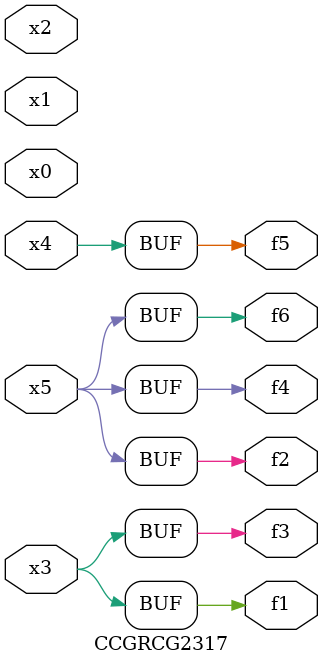
<source format=v>
module CCGRCG2317(
	input x0, x1, x2, x3, x4, x5,
	output f1, f2, f3, f4, f5, f6
);
	assign f1 = x3;
	assign f2 = x5;
	assign f3 = x3;
	assign f4 = x5;
	assign f5 = x4;
	assign f6 = x5;
endmodule

</source>
